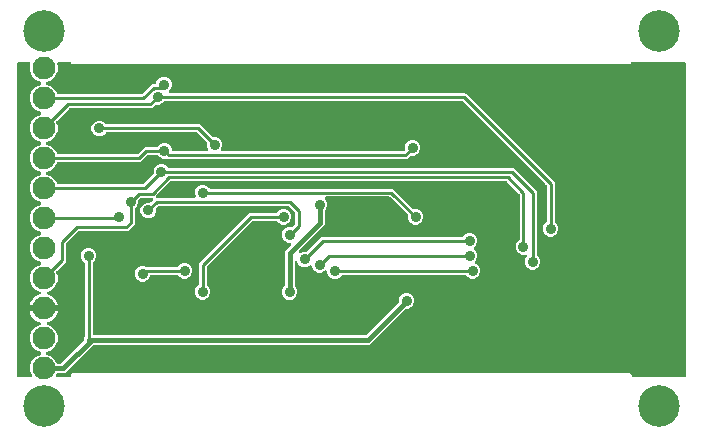
<source format=gbr>
G04 EAGLE Gerber RS-274X export*
G75*
%MOMM*%
%FSLAX34Y34*%
%LPD*%
%INBottom Copper*%
%IPPOS*%
%AMOC8*
5,1,8,0,0,1.08239X$1,22.5*%
G01*
%ADD10C,3.516000*%
%ADD11C,1.930400*%
%ADD12C,0.906400*%
%ADD13C,0.254000*%
%ADD14C,0.406400*%

G36*
X14058Y-1263D02*
X14058Y-1263D01*
X14108Y-1265D01*
X14215Y-1243D01*
X14325Y-1229D01*
X14371Y-1211D01*
X14419Y-1201D01*
X14518Y-1153D01*
X14620Y-1112D01*
X14660Y-1083D01*
X14705Y-1061D01*
X14789Y-990D01*
X14878Y-926D01*
X14909Y-887D01*
X14947Y-855D01*
X15010Y-765D01*
X15080Y-681D01*
X15102Y-636D01*
X15130Y-595D01*
X15169Y-492D01*
X15216Y-393D01*
X15225Y-344D01*
X15243Y-298D01*
X15255Y-188D01*
X15276Y-81D01*
X15273Y-31D01*
X15278Y18D01*
X15263Y127D01*
X15256Y237D01*
X15241Y284D01*
X15234Y333D01*
X15182Y486D01*
X13715Y4026D01*
X13715Y8674D01*
X15494Y12969D01*
X18781Y16256D01*
X22696Y17877D01*
X22754Y17910D01*
X22794Y17926D01*
X22835Y17956D01*
X22940Y18011D01*
X22954Y18025D01*
X22972Y18035D01*
X23072Y18132D01*
X23175Y18225D01*
X23186Y18242D01*
X23201Y18256D01*
X23273Y18374D01*
X23350Y18491D01*
X23356Y18510D01*
X23367Y18527D01*
X23408Y18660D01*
X23453Y18792D01*
X23454Y18812D01*
X23460Y18831D01*
X23467Y18970D01*
X23478Y19109D01*
X23475Y19129D01*
X23476Y19149D01*
X23447Y19285D01*
X23424Y19422D01*
X23415Y19440D01*
X23411Y19460D01*
X23350Y19586D01*
X23293Y19712D01*
X23280Y19728D01*
X23272Y19746D01*
X23181Y19852D01*
X23094Y19960D01*
X23078Y19973D01*
X23065Y19988D01*
X22951Y20068D01*
X22840Y20152D01*
X22815Y20164D01*
X22805Y20171D01*
X22786Y20178D01*
X22696Y20223D01*
X18781Y21844D01*
X15494Y25131D01*
X13715Y29426D01*
X13715Y34074D01*
X15494Y38369D01*
X18781Y41656D01*
X22130Y43043D01*
X22156Y43058D01*
X22184Y43067D01*
X22294Y43136D01*
X22406Y43200D01*
X22428Y43221D01*
X22453Y43237D01*
X22542Y43332D01*
X22635Y43422D01*
X22650Y43447D01*
X22671Y43469D01*
X22733Y43583D01*
X22801Y43693D01*
X22810Y43721D01*
X22824Y43748D01*
X22856Y43873D01*
X22894Y43997D01*
X22896Y44027D01*
X22903Y44056D01*
X22903Y44185D01*
X22910Y44314D01*
X22904Y44344D01*
X22904Y44374D01*
X22871Y44499D01*
X22845Y44626D01*
X22832Y44653D01*
X22825Y44682D01*
X22763Y44795D01*
X22706Y44912D01*
X22686Y44934D01*
X22672Y44961D01*
X22583Y45055D01*
X22499Y45154D01*
X22475Y45171D01*
X22454Y45193D01*
X22345Y45262D01*
X22239Y45337D01*
X22211Y45347D01*
X22186Y45363D01*
X22036Y45423D01*
X20720Y45851D01*
X19010Y46722D01*
X17457Y47850D01*
X16100Y49207D01*
X14972Y50760D01*
X14101Y52470D01*
X13507Y54295D01*
X13451Y54651D01*
X24170Y54651D01*
X24288Y54666D01*
X24407Y54673D01*
X24445Y54685D01*
X24485Y54691D01*
X24596Y54734D01*
X24709Y54771D01*
X24743Y54793D01*
X24781Y54808D01*
X24877Y54877D01*
X24978Y54941D01*
X25006Y54971D01*
X25038Y54994D01*
X25114Y55086D01*
X25196Y55173D01*
X25215Y55208D01*
X25241Y55239D01*
X25292Y55347D01*
X25349Y55451D01*
X25359Y55491D01*
X25377Y55527D01*
X25397Y55634D01*
X25401Y55604D01*
X25445Y55494D01*
X25481Y55381D01*
X25503Y55346D01*
X25518Y55309D01*
X25588Y55212D01*
X25651Y55112D01*
X25681Y55084D01*
X25705Y55051D01*
X25796Y54975D01*
X25883Y54894D01*
X25918Y54874D01*
X25950Y54849D01*
X26057Y54798D01*
X26162Y54740D01*
X26201Y54730D01*
X26237Y54713D01*
X26354Y54691D01*
X26470Y54661D01*
X26530Y54657D01*
X26550Y54653D01*
X26570Y54655D01*
X26630Y54651D01*
X37349Y54651D01*
X37293Y54295D01*
X36699Y52470D01*
X35828Y50760D01*
X34700Y49207D01*
X33343Y47850D01*
X31790Y46722D01*
X30080Y45851D01*
X28764Y45423D01*
X28737Y45410D01*
X28708Y45403D01*
X28593Y45342D01*
X28476Y45287D01*
X28453Y45268D01*
X28426Y45254D01*
X28330Y45167D01*
X28231Y45085D01*
X28213Y45060D01*
X28191Y45040D01*
X28120Y44932D01*
X28044Y44827D01*
X28033Y44800D01*
X28016Y44775D01*
X27974Y44652D01*
X27927Y44532D01*
X27923Y44502D01*
X27913Y44474D01*
X27903Y44345D01*
X27887Y44216D01*
X27890Y44187D01*
X27888Y44157D01*
X27910Y44029D01*
X27926Y43901D01*
X27937Y43873D01*
X27942Y43844D01*
X27995Y43725D01*
X28043Y43605D01*
X28061Y43581D01*
X28073Y43554D01*
X28154Y43452D01*
X28230Y43348D01*
X28253Y43329D01*
X28271Y43305D01*
X28375Y43227D01*
X28475Y43145D01*
X28502Y43132D01*
X28526Y43114D01*
X28670Y43043D01*
X32019Y41656D01*
X35306Y38369D01*
X37085Y34074D01*
X37085Y29426D01*
X35306Y25131D01*
X32019Y21844D01*
X28104Y20223D01*
X27983Y20154D01*
X27860Y20089D01*
X27845Y20075D01*
X27828Y20065D01*
X27728Y19968D01*
X27625Y19875D01*
X27614Y19858D01*
X27599Y19844D01*
X27527Y19725D01*
X27450Y19609D01*
X27444Y19590D01*
X27433Y19573D01*
X27392Y19440D01*
X27347Y19308D01*
X27346Y19288D01*
X27340Y19269D01*
X27333Y19130D01*
X27322Y18991D01*
X27325Y18971D01*
X27324Y18951D01*
X27353Y18815D01*
X27376Y18678D01*
X27385Y18659D01*
X27389Y18640D01*
X27450Y18514D01*
X27507Y18388D01*
X27520Y18372D01*
X27528Y18354D01*
X27619Y18248D01*
X27706Y18140D01*
X27722Y18127D01*
X27735Y18112D01*
X27849Y18032D01*
X27853Y18028D01*
X27870Y18013D01*
X27885Y18004D01*
X27960Y17948D01*
X27985Y17936D01*
X27995Y17929D01*
X28014Y17922D01*
X28104Y17877D01*
X32019Y16256D01*
X35306Y12969D01*
X36039Y11198D01*
X36054Y11173D01*
X36063Y11145D01*
X36132Y11035D01*
X36197Y10922D01*
X36217Y10901D01*
X36233Y10876D01*
X36328Y10787D01*
X36418Y10694D01*
X36443Y10678D01*
X36465Y10658D01*
X36578Y10595D01*
X36689Y10527D01*
X36717Y10519D01*
X36743Y10504D01*
X36869Y10472D01*
X36993Y10434D01*
X37023Y10432D01*
X37051Y10425D01*
X37212Y10415D01*
X39701Y10415D01*
X39799Y10427D01*
X39898Y10430D01*
X39956Y10447D01*
X40016Y10455D01*
X40108Y10491D01*
X40203Y10519D01*
X40255Y10549D01*
X40312Y10572D01*
X40392Y10630D01*
X40477Y10680D01*
X40553Y10746D01*
X40569Y10758D01*
X40577Y10768D01*
X40598Y10786D01*
X59064Y29252D01*
X59124Y29330D01*
X59192Y29402D01*
X59221Y29455D01*
X59258Y29503D01*
X59298Y29594D01*
X59346Y29681D01*
X59361Y29739D01*
X59385Y29795D01*
X59400Y29893D01*
X59425Y29989D01*
X59431Y30089D01*
X59435Y30109D01*
X59433Y30121D01*
X59435Y30149D01*
X59435Y32164D01*
X59826Y32554D01*
X59886Y32632D01*
X59954Y32704D01*
X59983Y32757D01*
X60020Y32805D01*
X60060Y32896D01*
X60108Y32983D01*
X60123Y33041D01*
X60147Y33097D01*
X60162Y33195D01*
X60187Y33291D01*
X60193Y33391D01*
X60197Y33411D01*
X60195Y33423D01*
X60197Y33451D01*
X60197Y95093D01*
X60185Y95191D01*
X60182Y95290D01*
X60165Y95348D01*
X60157Y95409D01*
X60121Y95501D01*
X60093Y95596D01*
X60063Y95648D01*
X60040Y95704D01*
X59982Y95784D01*
X59932Y95870D01*
X59866Y95945D01*
X59854Y95962D01*
X59844Y95969D01*
X59826Y95991D01*
X57935Y97881D01*
X56935Y100294D01*
X56935Y102906D01*
X57935Y105319D01*
X59781Y107165D01*
X62194Y108165D01*
X64806Y108165D01*
X67219Y107165D01*
X69065Y105319D01*
X70065Y102906D01*
X70065Y100294D01*
X69065Y97881D01*
X67174Y95991D01*
X67114Y95912D01*
X67046Y95840D01*
X67017Y95787D01*
X66980Y95739D01*
X66940Y95648D01*
X66892Y95562D01*
X66877Y95503D01*
X66853Y95447D01*
X66838Y95349D01*
X66813Y95254D01*
X66807Y95154D01*
X66803Y95133D01*
X66805Y95121D01*
X66803Y95093D01*
X66803Y35814D01*
X66818Y35696D01*
X66825Y35577D01*
X66838Y35539D01*
X66843Y35498D01*
X66886Y35388D01*
X66923Y35275D01*
X66945Y35240D01*
X66960Y35203D01*
X67029Y35107D01*
X67093Y35006D01*
X67123Y34978D01*
X67146Y34945D01*
X67238Y34869D01*
X67325Y34788D01*
X67360Y34768D01*
X67391Y34743D01*
X67499Y34692D01*
X67603Y34634D01*
X67643Y34624D01*
X67679Y34607D01*
X67796Y34585D01*
X67911Y34555D01*
X67971Y34551D01*
X67991Y34547D01*
X68012Y34549D01*
X68072Y34545D01*
X297511Y34545D01*
X297609Y34557D01*
X297708Y34560D01*
X297766Y34577D01*
X297826Y34585D01*
X297918Y34621D01*
X298013Y34649D01*
X298065Y34679D01*
X298122Y34702D01*
X298202Y34760D01*
X298287Y34810D01*
X298363Y34876D01*
X298379Y34888D01*
X298387Y34898D01*
X298408Y34916D01*
X325804Y62312D01*
X325864Y62390D01*
X325932Y62462D01*
X325961Y62515D01*
X325998Y62563D01*
X326038Y62654D01*
X326086Y62741D01*
X326101Y62799D01*
X326125Y62855D01*
X326140Y62953D01*
X326165Y63049D01*
X326171Y63149D01*
X326175Y63169D01*
X326173Y63181D01*
X326175Y63209D01*
X326175Y64806D01*
X327175Y67219D01*
X329021Y69065D01*
X331434Y70065D01*
X334046Y70065D01*
X336459Y69065D01*
X338305Y67219D01*
X339305Y64806D01*
X339305Y62194D01*
X338305Y59781D01*
X336459Y57935D01*
X334046Y56935D01*
X332449Y56935D01*
X332351Y56923D01*
X332252Y56920D01*
X332194Y56903D01*
X332134Y56895D01*
X332042Y56859D01*
X331947Y56831D01*
X331895Y56801D01*
X331838Y56778D01*
X331758Y56720D01*
X331673Y56670D01*
X331597Y56604D01*
X331581Y56592D01*
X331573Y56582D01*
X331552Y56564D01*
X301404Y26415D01*
X68249Y26415D01*
X68151Y26403D01*
X68052Y26400D01*
X67994Y26383D01*
X67934Y26375D01*
X67842Y26339D01*
X67747Y26311D01*
X67695Y26281D01*
X67638Y26258D01*
X67558Y26200D01*
X67473Y26150D01*
X67397Y26084D01*
X67381Y26072D01*
X67373Y26062D01*
X67352Y26044D01*
X43594Y2285D01*
X37212Y2285D01*
X37183Y2282D01*
X37153Y2284D01*
X37025Y2262D01*
X36896Y2245D01*
X36869Y2235D01*
X36840Y2230D01*
X36721Y2176D01*
X36601Y2128D01*
X36577Y2111D01*
X36550Y2099D01*
X36448Y2018D01*
X36343Y1942D01*
X36325Y1919D01*
X36301Y1900D01*
X36223Y1797D01*
X36141Y1697D01*
X36128Y1670D01*
X36110Y1646D01*
X36039Y1502D01*
X35618Y486D01*
X35605Y438D01*
X35584Y393D01*
X35563Y285D01*
X35534Y179D01*
X35534Y129D01*
X35524Y81D01*
X35531Y-29D01*
X35529Y-139D01*
X35541Y-187D01*
X35544Y-237D01*
X35578Y-341D01*
X35604Y-448D01*
X35627Y-492D01*
X35642Y-539D01*
X35701Y-632D01*
X35752Y-729D01*
X35786Y-766D01*
X35812Y-808D01*
X35892Y-883D01*
X35966Y-965D01*
X36008Y-992D01*
X36044Y-1026D01*
X36140Y-1079D01*
X36232Y-1139D01*
X36279Y-1156D01*
X36322Y-1180D01*
X36429Y-1207D01*
X36533Y-1243D01*
X36582Y-1247D01*
X36630Y-1259D01*
X36791Y-1269D01*
X46990Y-1269D01*
X47108Y-1254D01*
X47227Y-1247D01*
X47265Y-1234D01*
X47306Y-1229D01*
X47416Y-1186D01*
X47529Y-1149D01*
X47564Y-1127D01*
X47601Y-1112D01*
X47697Y-1043D01*
X47798Y-979D01*
X47826Y-949D01*
X47859Y-926D01*
X47935Y-834D01*
X48016Y-747D01*
X48036Y-712D01*
X48061Y-681D01*
X48112Y-573D01*
X48170Y-469D01*
X48180Y-429D01*
X48197Y-393D01*
X48219Y-276D01*
X48249Y-161D01*
X48253Y-101D01*
X48257Y-81D01*
X48255Y-60D01*
X48259Y0D01*
X48259Y1052D01*
X49748Y2541D01*
X521752Y2541D01*
X523241Y1052D01*
X523241Y0D01*
X523256Y-118D01*
X523263Y-237D01*
X523276Y-275D01*
X523281Y-316D01*
X523324Y-426D01*
X523361Y-539D01*
X523383Y-574D01*
X523398Y-611D01*
X523467Y-707D01*
X523531Y-808D01*
X523561Y-836D01*
X523584Y-869D01*
X523676Y-945D01*
X523763Y-1026D01*
X523798Y-1046D01*
X523829Y-1071D01*
X523937Y-1122D01*
X524041Y-1180D01*
X524081Y-1190D01*
X524117Y-1207D01*
X524234Y-1229D01*
X524349Y-1259D01*
X524409Y-1263D01*
X524429Y-1267D01*
X524450Y-1265D01*
X524510Y-1269D01*
X567690Y-1269D01*
X567808Y-1254D01*
X567927Y-1247D01*
X567965Y-1234D01*
X568006Y-1229D01*
X568116Y-1186D01*
X568229Y-1149D01*
X568264Y-1127D01*
X568301Y-1112D01*
X568397Y-1043D01*
X568498Y-979D01*
X568526Y-949D01*
X568559Y-926D01*
X568635Y-834D01*
X568716Y-747D01*
X568736Y-712D01*
X568761Y-681D01*
X568812Y-573D01*
X568870Y-469D01*
X568880Y-429D01*
X568897Y-393D01*
X568919Y-276D01*
X568949Y-161D01*
X568953Y-101D01*
X568957Y-81D01*
X568955Y-60D01*
X568959Y0D01*
X568959Y264160D01*
X568944Y264278D01*
X568937Y264397D01*
X568924Y264435D01*
X568919Y264476D01*
X568876Y264586D01*
X568839Y264699D01*
X568817Y264734D01*
X568802Y264771D01*
X568733Y264867D01*
X568669Y264968D01*
X568639Y264996D01*
X568616Y265029D01*
X568524Y265105D01*
X568437Y265186D01*
X568402Y265206D01*
X568371Y265231D01*
X568263Y265282D01*
X568159Y265340D01*
X568119Y265350D01*
X568083Y265367D01*
X567966Y265389D01*
X567851Y265419D01*
X567791Y265423D01*
X567771Y265427D01*
X567750Y265425D01*
X567690Y265429D01*
X523548Y265429D01*
X523450Y265417D01*
X523351Y265414D01*
X523293Y265397D01*
X523233Y265389D01*
X523141Y265353D01*
X523045Y265325D01*
X522993Y265295D01*
X522937Y265272D01*
X522857Y265214D01*
X522771Y265164D01*
X522696Y265098D01*
X522680Y265086D01*
X522672Y265076D01*
X522651Y265057D01*
X521752Y264159D01*
X49748Y264159D01*
X48849Y265057D01*
X48771Y265118D01*
X48699Y265186D01*
X48646Y265215D01*
X48598Y265252D01*
X48507Y265292D01*
X48420Y265340D01*
X48362Y265355D01*
X48306Y265379D01*
X48208Y265394D01*
X48113Y265419D01*
X48013Y265425D01*
X47992Y265429D01*
X47980Y265427D01*
X47952Y265429D01*
X37843Y265429D01*
X37794Y265423D01*
X37744Y265425D01*
X37637Y265403D01*
X37528Y265389D01*
X37481Y265371D01*
X37433Y265361D01*
X37334Y265313D01*
X37232Y265272D01*
X37192Y265243D01*
X37147Y265221D01*
X37063Y265150D01*
X36975Y265086D01*
X36943Y265047D01*
X36905Y265015D01*
X36842Y264925D01*
X36772Y264841D01*
X36751Y264796D01*
X36722Y264755D01*
X36683Y264652D01*
X36636Y264553D01*
X36627Y264504D01*
X36609Y264458D01*
X36597Y264348D01*
X36576Y264241D01*
X36580Y264191D01*
X36574Y264142D01*
X36589Y264033D01*
X36596Y263923D01*
X36612Y263876D01*
X36618Y263827D01*
X36671Y263674D01*
X37085Y262674D01*
X37085Y258026D01*
X35306Y253731D01*
X32019Y250444D01*
X28104Y248823D01*
X27983Y248754D01*
X27860Y248689D01*
X27845Y248675D01*
X27828Y248665D01*
X27728Y248568D01*
X27625Y248475D01*
X27614Y248458D01*
X27599Y248444D01*
X27527Y248325D01*
X27450Y248209D01*
X27444Y248190D01*
X27433Y248173D01*
X27392Y248040D01*
X27347Y247908D01*
X27346Y247888D01*
X27340Y247869D01*
X27333Y247730D01*
X27322Y247591D01*
X27325Y247571D01*
X27324Y247551D01*
X27353Y247415D01*
X27376Y247278D01*
X27385Y247259D01*
X27389Y247240D01*
X27450Y247114D01*
X27507Y246988D01*
X27520Y246972D01*
X27528Y246954D01*
X27619Y246848D01*
X27706Y246740D01*
X27722Y246727D01*
X27735Y246712D01*
X27849Y246632D01*
X27960Y246548D01*
X27985Y246536D01*
X27995Y246529D01*
X28014Y246522D01*
X28104Y246477D01*
X32019Y244856D01*
X35306Y241569D01*
X36355Y239036D01*
X36370Y239011D01*
X36379Y238983D01*
X36448Y238873D01*
X36512Y238760D01*
X36533Y238739D01*
X36549Y238714D01*
X36643Y238625D01*
X36734Y238532D01*
X36759Y238516D01*
X36780Y238496D01*
X36894Y238433D01*
X37005Y238365D01*
X37033Y238357D01*
X37059Y238342D01*
X37185Y238310D01*
X37309Y238272D01*
X37338Y238270D01*
X37367Y238263D01*
X37528Y238253D01*
X107677Y238253D01*
X107775Y238265D01*
X107874Y238268D01*
X107933Y238285D01*
X107993Y238293D01*
X108085Y238329D01*
X108180Y238357D01*
X108232Y238387D01*
X108288Y238410D01*
X108368Y238468D01*
X108454Y238518D01*
X108529Y238584D01*
X108546Y238596D01*
X108554Y238606D01*
X108575Y238624D01*
X117307Y247357D01*
X119583Y247357D01*
X119613Y247360D01*
X119642Y247358D01*
X119770Y247380D01*
X119899Y247397D01*
X119926Y247407D01*
X119955Y247412D01*
X120074Y247466D01*
X120195Y247514D01*
X120218Y247531D01*
X120245Y247543D01*
X120347Y247624D01*
X120452Y247700D01*
X120471Y247723D01*
X120494Y247742D01*
X120572Y247845D01*
X120655Y247945D01*
X120667Y247972D01*
X120685Y247996D01*
X120756Y248140D01*
X121661Y250325D01*
X123507Y252171D01*
X125920Y253171D01*
X128532Y253171D01*
X130945Y252171D01*
X132791Y250325D01*
X133791Y247912D01*
X133791Y245300D01*
X132791Y242887D01*
X131593Y241689D01*
X131508Y241580D01*
X131420Y241473D01*
X131411Y241454D01*
X131398Y241438D01*
X131343Y241311D01*
X131284Y241185D01*
X131280Y241165D01*
X131272Y241146D01*
X131250Y241008D01*
X131224Y240872D01*
X131225Y240852D01*
X131222Y240832D01*
X131235Y240693D01*
X131244Y240555D01*
X131250Y240536D01*
X131252Y240516D01*
X131299Y240384D01*
X131342Y240253D01*
X131353Y240235D01*
X131360Y240216D01*
X131438Y240101D01*
X131512Y239984D01*
X131527Y239970D01*
X131538Y239953D01*
X131643Y239861D01*
X131744Y239766D01*
X131761Y239756D01*
X131777Y239743D01*
X131901Y239679D01*
X132022Y239612D01*
X132042Y239607D01*
X132060Y239598D01*
X132196Y239568D01*
X132330Y239533D01*
X132358Y239531D01*
X132370Y239528D01*
X132391Y239529D01*
X132491Y239523D01*
X382368Y239523D01*
X457963Y163928D01*
X457963Y130967D01*
X457975Y130869D01*
X457978Y130770D01*
X457995Y130712D01*
X458003Y130651D01*
X458039Y130559D01*
X458067Y130464D01*
X458097Y130412D01*
X458120Y130356D01*
X458178Y130276D01*
X458228Y130190D01*
X458294Y130115D01*
X458306Y130098D01*
X458316Y130091D01*
X458334Y130069D01*
X460225Y128179D01*
X461225Y125766D01*
X461225Y123154D01*
X460225Y120741D01*
X458379Y118895D01*
X455966Y117895D01*
X453354Y117895D01*
X450941Y118895D01*
X449095Y120741D01*
X448095Y123154D01*
X448095Y125766D01*
X449095Y128179D01*
X450986Y130069D01*
X451046Y130148D01*
X451114Y130220D01*
X451143Y130273D01*
X451180Y130321D01*
X451220Y130412D01*
X451268Y130498D01*
X451283Y130557D01*
X451307Y130613D01*
X451322Y130711D01*
X451347Y130806D01*
X451353Y130906D01*
X451357Y130927D01*
X451355Y130939D01*
X451357Y130967D01*
X451357Y160666D01*
X451345Y160764D01*
X451342Y160863D01*
X451325Y160922D01*
X451317Y160982D01*
X451281Y161074D01*
X451253Y161169D01*
X451223Y161221D01*
X451200Y161277D01*
X451142Y161357D01*
X451092Y161443D01*
X451026Y161518D01*
X451014Y161535D01*
X451004Y161543D01*
X450986Y161564D01*
X380004Y232546D01*
X379925Y232606D01*
X379853Y232674D01*
X379800Y232703D01*
X379752Y232740D01*
X379661Y232780D01*
X379575Y232828D01*
X379516Y232843D01*
X379461Y232867D01*
X379363Y232882D01*
X379267Y232907D01*
X379167Y232913D01*
X379146Y232917D01*
X379134Y232915D01*
X379106Y232917D01*
X128427Y232917D01*
X128329Y232905D01*
X128230Y232902D01*
X128171Y232885D01*
X128111Y232877D01*
X128019Y232841D01*
X127924Y232813D01*
X127872Y232783D01*
X127816Y232760D01*
X127736Y232702D01*
X127650Y232652D01*
X127575Y232586D01*
X127558Y232574D01*
X127551Y232564D01*
X127529Y232546D01*
X125639Y230655D01*
X123226Y229655D01*
X120552Y229655D01*
X120454Y229643D01*
X120355Y229640D01*
X120296Y229623D01*
X120236Y229615D01*
X120144Y229579D01*
X120049Y229551D01*
X119997Y229521D01*
X119941Y229498D01*
X119861Y229440D01*
X119775Y229390D01*
X119700Y229324D01*
X119683Y229312D01*
X119675Y229302D01*
X119654Y229284D01*
X116938Y226567D01*
X47614Y226567D01*
X47516Y226555D01*
X47417Y226552D01*
X47358Y226535D01*
X47298Y226527D01*
X47206Y226491D01*
X47111Y226463D01*
X47059Y226433D01*
X47003Y226410D01*
X46923Y226352D01*
X46837Y226302D01*
X46762Y226236D01*
X46745Y226224D01*
X46737Y226214D01*
X46716Y226196D01*
X36311Y215790D01*
X36293Y215767D01*
X36270Y215748D01*
X36196Y215641D01*
X36116Y215539D01*
X36104Y215512D01*
X36087Y215488D01*
X36041Y215366D01*
X35990Y215247D01*
X35985Y215218D01*
X35974Y215190D01*
X35960Y215061D01*
X35940Y214933D01*
X35942Y214903D01*
X35939Y214874D01*
X35957Y214746D01*
X35970Y214616D01*
X35980Y214588D01*
X35984Y214559D01*
X36036Y214407D01*
X37085Y211874D01*
X37085Y207226D01*
X35306Y202931D01*
X32019Y199644D01*
X28104Y198023D01*
X27983Y197954D01*
X27860Y197889D01*
X27845Y197875D01*
X27828Y197865D01*
X27728Y197768D01*
X27625Y197675D01*
X27614Y197658D01*
X27599Y197644D01*
X27527Y197525D01*
X27450Y197409D01*
X27444Y197390D01*
X27433Y197373D01*
X27392Y197240D01*
X27347Y197108D01*
X27346Y197088D01*
X27340Y197069D01*
X27333Y196930D01*
X27322Y196791D01*
X27325Y196771D01*
X27324Y196751D01*
X27353Y196615D01*
X27376Y196478D01*
X27385Y196459D01*
X27389Y196440D01*
X27450Y196314D01*
X27507Y196188D01*
X27520Y196172D01*
X27528Y196154D01*
X27619Y196048D01*
X27706Y195940D01*
X27722Y195927D01*
X27735Y195912D01*
X27849Y195832D01*
X27960Y195748D01*
X27985Y195736D01*
X27995Y195729D01*
X28014Y195722D01*
X28104Y195677D01*
X32019Y194056D01*
X35306Y190769D01*
X36355Y188236D01*
X36370Y188211D01*
X36379Y188183D01*
X36448Y188073D01*
X36512Y187960D01*
X36533Y187939D01*
X36549Y187914D01*
X36643Y187825D01*
X36734Y187732D01*
X36759Y187716D01*
X36780Y187696D01*
X36894Y187633D01*
X37005Y187565D01*
X37033Y187557D01*
X37059Y187542D01*
X37185Y187510D01*
X37309Y187472D01*
X37338Y187470D01*
X37367Y187463D01*
X37528Y187453D01*
X104010Y187453D01*
X104108Y187465D01*
X104207Y187468D01*
X104266Y187485D01*
X104326Y187493D01*
X104418Y187529D01*
X104513Y187557D01*
X104565Y187587D01*
X104621Y187610D01*
X104701Y187668D01*
X104787Y187718D01*
X104862Y187784D01*
X104879Y187796D01*
X104887Y187806D01*
X104908Y187824D01*
X108580Y191496D01*
X110886Y193803D01*
X120987Y193803D01*
X121085Y193815D01*
X121184Y193818D01*
X121243Y193835D01*
X121303Y193843D01*
X121395Y193879D01*
X121490Y193907D01*
X121542Y193937D01*
X121598Y193960D01*
X121678Y194018D01*
X121764Y194068D01*
X121839Y194134D01*
X121856Y194146D01*
X121863Y194156D01*
X121885Y194174D01*
X123775Y196065D01*
X126188Y197065D01*
X128800Y197065D01*
X131213Y196065D01*
X133059Y194219D01*
X134059Y191806D01*
X134059Y191262D01*
X134074Y191144D01*
X134081Y191025D01*
X134094Y190987D01*
X134099Y190946D01*
X134142Y190836D01*
X134179Y190723D01*
X134201Y190688D01*
X134216Y190651D01*
X134285Y190555D01*
X134349Y190454D01*
X134379Y190426D01*
X134402Y190393D01*
X134494Y190317D01*
X134581Y190236D01*
X134616Y190216D01*
X134647Y190191D01*
X134755Y190140D01*
X134859Y190082D01*
X134899Y190072D01*
X134935Y190055D01*
X135052Y190033D01*
X135167Y190003D01*
X135227Y189999D01*
X135247Y189995D01*
X135268Y189997D01*
X135328Y189993D01*
X163489Y189993D01*
X163539Y189999D01*
X163588Y189997D01*
X163695Y190019D01*
X163805Y190033D01*
X163851Y190051D01*
X163900Y190061D01*
X163998Y190109D01*
X164100Y190150D01*
X164140Y190179D01*
X164185Y190201D01*
X164269Y190272D01*
X164358Y190336D01*
X164389Y190375D01*
X164427Y190407D01*
X164490Y190497D01*
X164561Y190581D01*
X164582Y190626D01*
X164610Y190667D01*
X164649Y190770D01*
X164696Y190869D01*
X164705Y190918D01*
X164723Y190964D01*
X164735Y191074D01*
X164756Y191181D01*
X164753Y191231D01*
X164758Y191280D01*
X164743Y191389D01*
X164736Y191499D01*
X164721Y191546D01*
X164714Y191595D01*
X164662Y191748D01*
X163615Y194274D01*
X163615Y196948D01*
X163603Y197046D01*
X163600Y197145D01*
X163583Y197204D01*
X163575Y197264D01*
X163539Y197356D01*
X163511Y197451D01*
X163481Y197503D01*
X163458Y197559D01*
X163400Y197639D01*
X163350Y197725D01*
X163284Y197800D01*
X163272Y197817D01*
X163262Y197825D01*
X163244Y197846D01*
X155214Y205876D01*
X155135Y205936D01*
X155063Y206004D01*
X155010Y206033D01*
X154962Y206070D01*
X154871Y206110D01*
X154785Y206158D01*
X154726Y206173D01*
X154671Y206197D01*
X154573Y206212D01*
X154477Y206237D01*
X154377Y206243D01*
X154356Y206247D01*
X154344Y206245D01*
X154316Y206247D01*
X78897Y206247D01*
X78799Y206235D01*
X78700Y206232D01*
X78642Y206215D01*
X78581Y206207D01*
X78489Y206171D01*
X78394Y206143D01*
X78342Y206113D01*
X78286Y206090D01*
X78206Y206032D01*
X78120Y205982D01*
X78045Y205916D01*
X78028Y205904D01*
X78021Y205894D01*
X77999Y205876D01*
X76109Y203985D01*
X73696Y202985D01*
X71084Y202985D01*
X68671Y203985D01*
X66825Y205831D01*
X65825Y208244D01*
X65825Y210856D01*
X66825Y213269D01*
X68671Y215115D01*
X71084Y216115D01*
X73696Y216115D01*
X76109Y215115D01*
X77999Y213224D01*
X78078Y213164D01*
X78150Y213096D01*
X78203Y213067D01*
X78251Y213030D01*
X78342Y212990D01*
X78428Y212942D01*
X78487Y212927D01*
X78543Y212903D01*
X78641Y212888D01*
X78736Y212863D01*
X78836Y212857D01*
X78857Y212853D01*
X78869Y212855D01*
X78897Y212853D01*
X157578Y212853D01*
X167914Y202516D01*
X167993Y202456D01*
X168065Y202388D01*
X168118Y202359D01*
X168166Y202322D01*
X168257Y202282D01*
X168343Y202234D01*
X168402Y202219D01*
X168457Y202195D01*
X168555Y202180D01*
X168651Y202155D01*
X168751Y202149D01*
X168772Y202145D01*
X168784Y202147D01*
X168812Y202145D01*
X171486Y202145D01*
X173899Y201145D01*
X175745Y199299D01*
X176745Y196886D01*
X176745Y194274D01*
X175698Y191748D01*
X175685Y191700D01*
X175664Y191655D01*
X175643Y191547D01*
X175614Y191441D01*
X175614Y191391D01*
X175604Y191342D01*
X175611Y191233D01*
X175609Y191123D01*
X175621Y191075D01*
X175624Y191025D01*
X175658Y190921D01*
X175683Y190814D01*
X175707Y190770D01*
X175722Y190723D01*
X175781Y190630D01*
X175832Y190533D01*
X175865Y190496D01*
X175892Y190454D01*
X175972Y190379D01*
X176046Y190297D01*
X176088Y190270D01*
X176124Y190236D01*
X176220Y190183D01*
X176312Y190123D01*
X176359Y190106D01*
X176402Y190082D01*
X176509Y190055D01*
X176613Y190019D01*
X176662Y190015D01*
X176710Y190003D01*
X176871Y189993D01*
X329576Y189993D01*
X329674Y190005D01*
X329773Y190008D01*
X329832Y190025D01*
X329892Y190033D01*
X329984Y190069D01*
X330079Y190097D01*
X330131Y190127D01*
X330187Y190150D01*
X330267Y190208D01*
X330353Y190258D01*
X330428Y190324D01*
X330445Y190336D01*
X330453Y190346D01*
X330474Y190364D01*
X330884Y190774D01*
X330944Y190853D01*
X331012Y190925D01*
X331037Y190969D01*
X331042Y190976D01*
X331046Y190983D01*
X331078Y191026D01*
X331118Y191117D01*
X331166Y191203D01*
X331181Y191262D01*
X331205Y191317D01*
X331220Y191415D01*
X331245Y191511D01*
X331251Y191611D01*
X331255Y191632D01*
X331253Y191644D01*
X331255Y191672D01*
X331255Y194346D01*
X332255Y196759D01*
X334101Y198605D01*
X336514Y199605D01*
X339126Y199605D01*
X341539Y198605D01*
X343385Y196759D01*
X344385Y194346D01*
X344385Y191734D01*
X343385Y189321D01*
X341539Y187475D01*
X339126Y186475D01*
X336452Y186475D01*
X336354Y186463D01*
X336255Y186460D01*
X336196Y186443D01*
X336136Y186435D01*
X336044Y186399D01*
X335949Y186371D01*
X335897Y186341D01*
X335841Y186318D01*
X335761Y186260D01*
X335675Y186210D01*
X335600Y186144D01*
X335583Y186132D01*
X335575Y186122D01*
X335554Y186104D01*
X332838Y183387D01*
X129936Y183387D01*
X129760Y183564D01*
X129681Y183624D01*
X129609Y183692D01*
X129556Y183721D01*
X129508Y183758D01*
X129417Y183798D01*
X129331Y183846D01*
X129272Y183861D01*
X129217Y183885D01*
X129119Y183900D01*
X129023Y183925D01*
X128923Y183931D01*
X128902Y183935D01*
X128890Y183933D01*
X128862Y183935D01*
X126188Y183935D01*
X123775Y184935D01*
X121885Y186826D01*
X121806Y186886D01*
X121734Y186954D01*
X121681Y186983D01*
X121633Y187020D01*
X121542Y187060D01*
X121456Y187108D01*
X121397Y187123D01*
X121341Y187147D01*
X121243Y187162D01*
X121148Y187187D01*
X121048Y187193D01*
X121027Y187197D01*
X121015Y187195D01*
X120987Y187197D01*
X114148Y187197D01*
X114050Y187185D01*
X113951Y187182D01*
X113892Y187165D01*
X113832Y187157D01*
X113740Y187121D01*
X113645Y187093D01*
X113593Y187063D01*
X113537Y187040D01*
X113457Y186982D01*
X113371Y186932D01*
X113296Y186866D01*
X113279Y186854D01*
X113271Y186844D01*
X113250Y186826D01*
X109578Y183154D01*
X107272Y180847D01*
X37528Y180847D01*
X37498Y180844D01*
X37469Y180846D01*
X37341Y180824D01*
X37212Y180807D01*
X37185Y180797D01*
X37155Y180792D01*
X37037Y180738D01*
X36916Y180690D01*
X36892Y180673D01*
X36865Y180661D01*
X36764Y180580D01*
X36659Y180504D01*
X36640Y180481D01*
X36617Y180462D01*
X36539Y180359D01*
X36456Y180259D01*
X36444Y180232D01*
X36426Y180208D01*
X36355Y180064D01*
X35306Y177531D01*
X32019Y174244D01*
X28104Y172623D01*
X27983Y172554D01*
X27860Y172489D01*
X27845Y172475D01*
X27828Y172465D01*
X27728Y172368D01*
X27625Y172275D01*
X27614Y172258D01*
X27599Y172244D01*
X27527Y172125D01*
X27450Y172009D01*
X27444Y171990D01*
X27433Y171973D01*
X27392Y171840D01*
X27347Y171708D01*
X27346Y171688D01*
X27340Y171669D01*
X27333Y171530D01*
X27322Y171391D01*
X27325Y171371D01*
X27324Y171351D01*
X27353Y171215D01*
X27376Y171078D01*
X27385Y171059D01*
X27389Y171040D01*
X27450Y170914D01*
X27507Y170788D01*
X27520Y170772D01*
X27528Y170754D01*
X27619Y170648D01*
X27706Y170540D01*
X27722Y170527D01*
X27735Y170512D01*
X27849Y170432D01*
X27960Y170348D01*
X27985Y170336D01*
X27995Y170329D01*
X28014Y170322D01*
X28104Y170277D01*
X32019Y168656D01*
X35306Y165369D01*
X36355Y162836D01*
X36370Y162811D01*
X36379Y162783D01*
X36448Y162673D01*
X36512Y162560D01*
X36533Y162539D01*
X36549Y162514D01*
X36643Y162425D01*
X36734Y162332D01*
X36759Y162316D01*
X36780Y162296D01*
X36894Y162233D01*
X37005Y162165D01*
X37033Y162157D01*
X37059Y162142D01*
X37185Y162110D01*
X37309Y162072D01*
X37338Y162070D01*
X37367Y162063D01*
X37528Y162053D01*
X109090Y162053D01*
X109188Y162065D01*
X109287Y162068D01*
X109346Y162085D01*
X109406Y162093D01*
X109498Y162129D01*
X109593Y162157D01*
X109645Y162187D01*
X109701Y162210D01*
X109781Y162268D01*
X109867Y162318D01*
X109942Y162384D01*
X109959Y162396D01*
X109967Y162406D01*
X109988Y162424D01*
X118018Y170454D01*
X118078Y170533D01*
X118146Y170605D01*
X118167Y170642D01*
X118188Y170668D01*
X118196Y170684D01*
X118212Y170706D01*
X118252Y170797D01*
X118300Y170883D01*
X118312Y170930D01*
X118324Y170956D01*
X118326Y170969D01*
X118339Y170997D01*
X118354Y171095D01*
X118379Y171191D01*
X118385Y171291D01*
X118389Y171312D01*
X118387Y171324D01*
X118389Y171352D01*
X118389Y174026D01*
X119389Y176439D01*
X121235Y178285D01*
X123648Y179285D01*
X126260Y179285D01*
X128673Y178285D01*
X130563Y176394D01*
X130642Y176334D01*
X130714Y176266D01*
X130767Y176237D01*
X130815Y176200D01*
X130906Y176160D01*
X130992Y176112D01*
X131051Y176097D01*
X131107Y176073D01*
X131205Y176058D01*
X131300Y176033D01*
X131400Y176027D01*
X131421Y176023D01*
X131433Y176025D01*
X131461Y176023D01*
X423008Y176023D01*
X442723Y156308D01*
X442723Y103027D01*
X442735Y102929D01*
X442738Y102830D01*
X442755Y102772D01*
X442763Y102711D01*
X442799Y102619D01*
X442827Y102524D01*
X442857Y102472D01*
X442880Y102416D01*
X442938Y102336D01*
X442988Y102250D01*
X443054Y102175D01*
X443066Y102158D01*
X443076Y102151D01*
X443094Y102129D01*
X444985Y100239D01*
X445985Y97826D01*
X445985Y95214D01*
X444985Y92801D01*
X443139Y90955D01*
X440726Y89955D01*
X438114Y89955D01*
X435701Y90955D01*
X433855Y92801D01*
X432855Y95214D01*
X432855Y97826D01*
X433855Y100239D01*
X434149Y100533D01*
X434192Y100588D01*
X434242Y100637D01*
X434289Y100713D01*
X434344Y100784D01*
X434372Y100848D01*
X434408Y100908D01*
X434435Y100994D01*
X434470Y101076D01*
X434481Y101145D01*
X434502Y101212D01*
X434506Y101302D01*
X434520Y101390D01*
X434514Y101460D01*
X434517Y101530D01*
X434499Y101617D01*
X434490Y101707D01*
X434467Y101773D01*
X434453Y101841D01*
X434413Y101922D01*
X434383Y102006D01*
X434343Y102064D01*
X434313Y102127D01*
X434255Y102195D01*
X434204Y102269D01*
X434152Y102316D01*
X434106Y102369D01*
X434033Y102420D01*
X433966Y102480D01*
X433903Y102511D01*
X433846Y102552D01*
X433762Y102584D01*
X433682Y102624D01*
X433614Y102640D01*
X433549Y102664D01*
X433460Y102674D01*
X433372Y102694D01*
X433302Y102692D01*
X433233Y102700D01*
X433144Y102687D01*
X433054Y102684D01*
X432987Y102665D01*
X432919Y102655D01*
X430280Y102655D01*
X427867Y103655D01*
X426021Y105501D01*
X425021Y107914D01*
X425021Y110526D01*
X426021Y112939D01*
X427912Y114829D01*
X427972Y114908D01*
X428040Y114980D01*
X428069Y115033D01*
X428106Y115081D01*
X428146Y115172D01*
X428194Y115258D01*
X428209Y115317D01*
X428233Y115373D01*
X428248Y115471D01*
X428273Y115566D01*
X428279Y115666D01*
X428283Y115687D01*
X428281Y115699D01*
X428283Y115727D01*
X428283Y153260D01*
X428271Y153358D01*
X428268Y153457D01*
X428251Y153516D01*
X428243Y153576D01*
X428207Y153668D01*
X428179Y153763D01*
X428149Y153815D01*
X428126Y153871D01*
X428068Y153951D01*
X428018Y154037D01*
X427952Y154112D01*
X427940Y154129D01*
X427930Y154137D01*
X427912Y154158D01*
X417596Y164474D01*
X417517Y164534D01*
X417445Y164602D01*
X417392Y164631D01*
X417344Y164668D01*
X417253Y164708D01*
X417167Y164756D01*
X417108Y164771D01*
X417053Y164795D01*
X416955Y164810D01*
X416859Y164835D01*
X416759Y164841D01*
X416738Y164845D01*
X416726Y164843D01*
X416698Y164845D01*
X133355Y164845D01*
X133257Y164833D01*
X133158Y164830D01*
X133099Y164813D01*
X133039Y164805D01*
X132947Y164769D01*
X132852Y164741D01*
X132800Y164711D01*
X132744Y164688D01*
X132664Y164630D01*
X132578Y164580D01*
X132503Y164514D01*
X132486Y164502D01*
X132478Y164492D01*
X132457Y164474D01*
X120773Y152789D01*
X120688Y152680D01*
X120599Y152573D01*
X120591Y152554D01*
X120578Y152538D01*
X120523Y152410D01*
X120464Y152285D01*
X120460Y152265D01*
X120452Y152246D01*
X120430Y152108D01*
X120404Y151972D01*
X120405Y151952D01*
X120402Y151932D01*
X120415Y151793D01*
X120424Y151655D01*
X120430Y151636D01*
X120432Y151616D01*
X120479Y151484D01*
X120522Y151353D01*
X120533Y151335D01*
X120540Y151316D01*
X120618Y151201D01*
X120692Y151084D01*
X120707Y151070D01*
X120718Y151053D01*
X120822Y150961D01*
X120924Y150866D01*
X120941Y150856D01*
X120957Y150843D01*
X121081Y150779D01*
X121202Y150712D01*
X121222Y150707D01*
X121240Y150698D01*
X121376Y150668D01*
X121510Y150633D01*
X121538Y150631D01*
X121550Y150628D01*
X121571Y150629D01*
X121671Y150623D01*
X152892Y150623D01*
X152941Y150629D01*
X152991Y150627D01*
X153098Y150649D01*
X153207Y150663D01*
X153254Y150681D01*
X153302Y150691D01*
X153401Y150739D01*
X153503Y150780D01*
X153543Y150809D01*
X153588Y150831D01*
X153671Y150902D01*
X153760Y150966D01*
X153792Y151005D01*
X153830Y151037D01*
X153893Y151127D01*
X153963Y151211D01*
X153984Y151256D01*
X154013Y151297D01*
X154052Y151400D01*
X154099Y151499D01*
X154108Y151548D01*
X154126Y151594D01*
X154138Y151704D01*
X154158Y151811D01*
X154155Y151861D01*
X154161Y151910D01*
X154145Y152019D01*
X154139Y152129D01*
X154123Y152176D01*
X154116Y152225D01*
X154064Y152378D01*
X153455Y153848D01*
X153455Y156460D01*
X154455Y158873D01*
X156301Y160719D01*
X158714Y161719D01*
X161326Y161719D01*
X163739Y160719D01*
X165629Y158828D01*
X165708Y158768D01*
X165780Y158700D01*
X165833Y158671D01*
X165881Y158634D01*
X165972Y158594D01*
X166058Y158546D01*
X166117Y158531D01*
X166173Y158507D01*
X166271Y158492D01*
X166366Y158467D01*
X166466Y158461D01*
X166487Y158457D01*
X166499Y158459D01*
X166527Y158457D01*
X321194Y158457D01*
X338094Y141556D01*
X338173Y141496D01*
X338245Y141428D01*
X338298Y141399D01*
X338346Y141362D01*
X338437Y141322D01*
X338523Y141274D01*
X338582Y141259D01*
X338637Y141235D01*
X338735Y141220D01*
X338831Y141195D01*
X338931Y141189D01*
X338952Y141185D01*
X338964Y141187D01*
X338992Y141185D01*
X341666Y141185D01*
X344079Y140185D01*
X345925Y138339D01*
X346925Y135926D01*
X346925Y133314D01*
X345925Y130901D01*
X344079Y129055D01*
X341666Y128055D01*
X339054Y128055D01*
X336641Y129055D01*
X334795Y130901D01*
X333795Y133314D01*
X333795Y135988D01*
X333783Y136086D01*
X333780Y136185D01*
X333763Y136244D01*
X333755Y136304D01*
X333719Y136396D01*
X333691Y136491D01*
X333661Y136543D01*
X333638Y136599D01*
X333580Y136679D01*
X333530Y136765D01*
X333464Y136840D01*
X333452Y136857D01*
X333442Y136865D01*
X333424Y136886D01*
X318830Y151480D01*
X318751Y151540D01*
X318679Y151608D01*
X318626Y151637D01*
X318578Y151674D01*
X318487Y151714D01*
X318401Y151762D01*
X318342Y151777D01*
X318287Y151801D01*
X318189Y151816D01*
X318093Y151841D01*
X317993Y151847D01*
X317972Y151851D01*
X317960Y151849D01*
X317932Y151851D01*
X264357Y151851D01*
X264219Y151834D01*
X264081Y151821D01*
X264062Y151814D01*
X264041Y151811D01*
X263912Y151760D01*
X263781Y151713D01*
X263764Y151702D01*
X263746Y151694D01*
X263633Y151613D01*
X263518Y151535D01*
X263505Y151519D01*
X263488Y151508D01*
X263400Y151400D01*
X263308Y151296D01*
X263298Y151278D01*
X263286Y151263D01*
X263226Y151137D01*
X263163Y151013D01*
X263159Y150993D01*
X263150Y150975D01*
X263124Y150838D01*
X263093Y150703D01*
X263094Y150682D01*
X263090Y150663D01*
X263099Y150524D01*
X263103Y150385D01*
X263109Y150365D01*
X263110Y150345D01*
X263153Y150213D01*
X263191Y150079D01*
X263202Y150062D01*
X263208Y150043D01*
X263282Y149925D01*
X263353Y149805D01*
X263372Y149784D01*
X263378Y149774D01*
X263393Y149760D01*
X263459Y149685D01*
X264645Y148499D01*
X265645Y146086D01*
X265645Y143474D01*
X264645Y141061D01*
X263516Y139933D01*
X263456Y139854D01*
X263388Y139782D01*
X263359Y139729D01*
X263322Y139681D01*
X263282Y139590D01*
X263234Y139504D01*
X263219Y139445D01*
X263195Y139389D01*
X263180Y139291D01*
X263155Y139196D01*
X263149Y139096D01*
X263145Y139075D01*
X263147Y139063D01*
X263145Y139035D01*
X263145Y127856D01*
X241622Y106334D01*
X241580Y106279D01*
X241530Y106230D01*
X241483Y106154D01*
X241427Y106083D01*
X241400Y106019D01*
X241363Y105959D01*
X241337Y105874D01*
X241301Y105791D01*
X241290Y105722D01*
X241270Y105655D01*
X241265Y105566D01*
X241251Y105477D01*
X241258Y105407D01*
X241255Y105338D01*
X241273Y105250D01*
X241281Y105160D01*
X241305Y105094D01*
X241319Y105026D01*
X241358Y104946D01*
X241389Y104861D01*
X241428Y104803D01*
X241459Y104740D01*
X241517Y104672D01*
X241567Y104598D01*
X241620Y104552D01*
X241665Y104498D01*
X241738Y104447D01*
X241806Y104387D01*
X241868Y104356D01*
X241925Y104315D01*
X242009Y104284D01*
X242089Y104243D01*
X242157Y104227D01*
X242222Y104203D01*
X242312Y104193D01*
X242399Y104173D01*
X242469Y104175D01*
X242538Y104167D01*
X242627Y104180D01*
X242717Y104183D01*
X242784Y104202D01*
X242853Y104212D01*
X243006Y104264D01*
X245074Y105121D01*
X247748Y105121D01*
X247846Y105133D01*
X247945Y105136D01*
X248004Y105153D01*
X248064Y105161D01*
X248156Y105197D01*
X248251Y105225D01*
X248303Y105255D01*
X248359Y105278D01*
X248439Y105336D01*
X248525Y105386D01*
X248600Y105452D01*
X248617Y105464D01*
X248625Y105474D01*
X248646Y105492D01*
X260756Y117603D01*
X379573Y117603D01*
X379671Y117615D01*
X379770Y117618D01*
X379828Y117635D01*
X379889Y117643D01*
X379981Y117679D01*
X380076Y117707D01*
X380128Y117737D01*
X380184Y117760D01*
X380264Y117818D01*
X380350Y117868D01*
X380425Y117934D01*
X380442Y117946D01*
X380449Y117956D01*
X380471Y117974D01*
X382361Y119865D01*
X384774Y120865D01*
X387386Y120865D01*
X389799Y119865D01*
X391645Y118019D01*
X392645Y115606D01*
X392645Y112994D01*
X391645Y110581D01*
X389911Y108847D01*
X389838Y108753D01*
X389760Y108664D01*
X389741Y108628D01*
X389716Y108596D01*
X389669Y108487D01*
X389615Y108381D01*
X389606Y108342D01*
X389590Y108304D01*
X389571Y108187D01*
X389545Y108071D01*
X389547Y108030D01*
X389540Y107990D01*
X389551Y107872D01*
X389555Y107753D01*
X389566Y107714D01*
X389570Y107674D01*
X389610Y107562D01*
X389643Y107447D01*
X389664Y107412D01*
X389678Y107374D01*
X389745Y107276D01*
X389805Y107173D01*
X389845Y107128D01*
X389856Y107111D01*
X389872Y107098D01*
X389911Y107052D01*
X391645Y105319D01*
X392645Y102906D01*
X392645Y100294D01*
X391645Y97881D01*
X390776Y97012D01*
X390746Y96973D01*
X390709Y96939D01*
X390648Y96847D01*
X390581Y96761D01*
X390561Y96715D01*
X390534Y96674D01*
X390498Y96570D01*
X390455Y96469D01*
X390447Y96420D01*
X390431Y96373D01*
X390422Y96264D01*
X390405Y96155D01*
X390410Y96105D01*
X390406Y96056D01*
X390424Y95948D01*
X390435Y95838D01*
X390452Y95791D01*
X390460Y95743D01*
X390505Y95642D01*
X390542Y95539D01*
X390570Y95498D01*
X390591Y95453D01*
X390659Y95367D01*
X390721Y95276D01*
X390758Y95243D01*
X390789Y95204D01*
X390877Y95138D01*
X390959Y95065D01*
X391004Y95043D01*
X391043Y95013D01*
X391188Y94942D01*
X392339Y94465D01*
X394185Y92619D01*
X395185Y90206D01*
X395185Y87594D01*
X394185Y85181D01*
X392339Y83335D01*
X389926Y82335D01*
X387314Y82335D01*
X384901Y83335D01*
X383011Y85226D01*
X382932Y85286D01*
X382860Y85354D01*
X382807Y85383D01*
X382759Y85420D01*
X382668Y85460D01*
X382582Y85508D01*
X382523Y85523D01*
X382467Y85547D01*
X382369Y85562D01*
X382274Y85587D01*
X382174Y85593D01*
X382153Y85597D01*
X382141Y85595D01*
X382113Y85597D01*
X278685Y85597D01*
X278656Y85594D01*
X278627Y85596D01*
X278499Y85574D01*
X278370Y85557D01*
X278342Y85547D01*
X278313Y85541D01*
X278195Y85488D01*
X278074Y85440D01*
X278050Y85423D01*
X278023Y85411D01*
X277922Y85330D01*
X277817Y85254D01*
X277798Y85231D01*
X277775Y85212D01*
X277697Y85109D01*
X277614Y85009D01*
X277604Y84988D01*
X275725Y83109D01*
X273312Y82109D01*
X270700Y82109D01*
X268287Y83109D01*
X266441Y84955D01*
X265441Y87368D01*
X265441Y87993D01*
X265424Y88131D01*
X265411Y88270D01*
X265404Y88289D01*
X265401Y88309D01*
X265350Y88438D01*
X265303Y88569D01*
X265292Y88586D01*
X265284Y88604D01*
X265203Y88717D01*
X265125Y88832D01*
X265110Y88845D01*
X265098Y88862D01*
X264990Y88951D01*
X264886Y89042D01*
X264868Y89052D01*
X264853Y89065D01*
X264727Y89124D01*
X264603Y89187D01*
X264583Y89191D01*
X264565Y89200D01*
X264429Y89226D01*
X264293Y89257D01*
X264272Y89256D01*
X264253Y89260D01*
X264114Y89251D01*
X263975Y89247D01*
X263955Y89241D01*
X263935Y89240D01*
X263803Y89197D01*
X263669Y89159D01*
X263652Y89148D01*
X263633Y89142D01*
X263515Y89068D01*
X263395Y88997D01*
X263374Y88978D01*
X263364Y88972D01*
X263350Y88957D01*
X263275Y88891D01*
X262799Y88415D01*
X260386Y87415D01*
X257774Y87415D01*
X255361Y88415D01*
X253515Y90261D01*
X252442Y92852D01*
X252417Y92895D01*
X252400Y92942D01*
X252339Y93033D01*
X252284Y93128D01*
X252250Y93164D01*
X252222Y93205D01*
X252139Y93278D01*
X252063Y93357D01*
X252020Y93383D01*
X251983Y93415D01*
X251885Y93465D01*
X251792Y93523D01*
X251744Y93537D01*
X251700Y93560D01*
X251593Y93584D01*
X251488Y93616D01*
X251438Y93619D01*
X251390Y93630D01*
X251280Y93626D01*
X251170Y93632D01*
X251121Y93621D01*
X251072Y93620D01*
X250966Y93589D01*
X250859Y93567D01*
X250814Y93545D01*
X250766Y93532D01*
X250672Y93476D01*
X250573Y93428D01*
X250535Y93395D01*
X250492Y93370D01*
X250372Y93264D01*
X250099Y92991D01*
X247686Y91991D01*
X245074Y91991D01*
X242661Y92991D01*
X240815Y94837D01*
X240187Y96354D01*
X240152Y96414D01*
X240126Y96479D01*
X240074Y96552D01*
X240029Y96630D01*
X239981Y96680D01*
X239940Y96737D01*
X239870Y96794D01*
X239808Y96858D01*
X239748Y96895D01*
X239695Y96939D01*
X239613Y96978D01*
X239537Y97025D01*
X239470Y97045D01*
X239407Y97075D01*
X239319Y97092D01*
X239233Y97118D01*
X239163Y97122D01*
X239094Y97135D01*
X239005Y97129D01*
X238915Y97133D01*
X238847Y97119D01*
X238777Y97115D01*
X238692Y97087D01*
X238604Y97069D01*
X238541Y97038D01*
X238475Y97017D01*
X238399Y96969D01*
X238318Y96929D01*
X238265Y96884D01*
X238206Y96847D01*
X238144Y96781D01*
X238076Y96723D01*
X238036Y96666D01*
X237988Y96615D01*
X237945Y96536D01*
X237893Y96463D01*
X237868Y96398D01*
X237834Y96337D01*
X237812Y96250D01*
X237780Y96166D01*
X237772Y96096D01*
X237755Y96029D01*
X237745Y95868D01*
X237745Y76761D01*
X237757Y76663D01*
X237760Y76564D01*
X237777Y76506D01*
X237785Y76445D01*
X237821Y76353D01*
X237849Y76258D01*
X237879Y76206D01*
X237902Y76150D01*
X237960Y76070D01*
X238010Y75984D01*
X238076Y75909D01*
X238088Y75892D01*
X238098Y75885D01*
X238116Y75863D01*
X239245Y74735D01*
X240245Y72322D01*
X240245Y69710D01*
X239245Y67297D01*
X237399Y65451D01*
X234986Y64451D01*
X232374Y64451D01*
X229961Y65451D01*
X228115Y67297D01*
X227115Y69710D01*
X227115Y72322D01*
X228115Y74735D01*
X229244Y75863D01*
X229304Y75942D01*
X229372Y76014D01*
X229401Y76067D01*
X229438Y76115D01*
X229478Y76206D01*
X229526Y76292D01*
X229541Y76351D01*
X229565Y76407D01*
X229580Y76505D01*
X229605Y76600D01*
X229611Y76700D01*
X229615Y76721D01*
X229613Y76733D01*
X229615Y76761D01*
X229615Y105824D01*
X232368Y108576D01*
X234440Y110649D01*
X234525Y110758D01*
X234614Y110865D01*
X234623Y110884D01*
X234635Y110900D01*
X234691Y111028D01*
X234750Y111153D01*
X234753Y111173D01*
X234761Y111192D01*
X234783Y111330D01*
X234809Y111466D01*
X234808Y111486D01*
X234811Y111506D01*
X234798Y111645D01*
X234790Y111783D01*
X234783Y111802D01*
X234781Y111822D01*
X234734Y111954D01*
X234692Y112085D01*
X234681Y112103D01*
X234674Y112122D01*
X234596Y112237D01*
X234521Y112354D01*
X234507Y112368D01*
X234495Y112385D01*
X234391Y112477D01*
X234290Y112572D01*
X234272Y112582D01*
X234257Y112595D01*
X234133Y112659D01*
X234011Y112726D01*
X233992Y112731D01*
X233974Y112740D01*
X233838Y112770D01*
X233703Y112805D01*
X233675Y112807D01*
X233663Y112810D01*
X233643Y112809D01*
X233543Y112815D01*
X232374Y112815D01*
X229961Y113815D01*
X228115Y115661D01*
X227115Y118074D01*
X227115Y120686D01*
X228115Y123099D01*
X229961Y124945D01*
X232374Y125945D01*
X235048Y125945D01*
X235146Y125957D01*
X235245Y125960D01*
X235304Y125977D01*
X235364Y125985D01*
X235456Y126021D01*
X235551Y126049D01*
X235603Y126079D01*
X235659Y126102D01*
X235739Y126160D01*
X235825Y126210D01*
X235900Y126276D01*
X235917Y126288D01*
X235925Y126298D01*
X235946Y126316D01*
X237626Y127996D01*
X237686Y128075D01*
X237754Y128147D01*
X237783Y128200D01*
X237820Y128248D01*
X237860Y128339D01*
X237908Y128425D01*
X237923Y128484D01*
X237947Y128539D01*
X237962Y128637D01*
X237987Y128733D01*
X237993Y128833D01*
X237997Y128854D01*
X237995Y128866D01*
X237997Y128894D01*
X237997Y137806D01*
X237985Y137904D01*
X237982Y138003D01*
X237965Y138062D01*
X237957Y138122D01*
X237921Y138214D01*
X237893Y138309D01*
X237863Y138361D01*
X237840Y138417D01*
X237782Y138497D01*
X237732Y138583D01*
X237666Y138658D01*
X237654Y138675D01*
X237644Y138683D01*
X237626Y138704D01*
X232684Y143646D01*
X232605Y143706D01*
X232533Y143774D01*
X232480Y143803D01*
X232432Y143840D01*
X232341Y143880D01*
X232255Y143928D01*
X232196Y143943D01*
X232141Y143967D01*
X232043Y143982D01*
X231947Y144007D01*
X231847Y144013D01*
X231826Y144017D01*
X231814Y144015D01*
X231786Y144017D01*
X122895Y144017D01*
X122797Y144005D01*
X122698Y144002D01*
X122639Y143985D01*
X122579Y143977D01*
X122487Y143941D01*
X122392Y143913D01*
X122340Y143883D01*
X122284Y143860D01*
X122204Y143802D01*
X122118Y143752D01*
X122043Y143686D01*
X122026Y143674D01*
X122018Y143664D01*
X121997Y143646D01*
X120777Y142425D01*
X120716Y142347D01*
X120648Y142275D01*
X120619Y142222D01*
X120582Y142174D01*
X120543Y142083D01*
X120495Y141996D01*
X120480Y141938D01*
X120456Y141882D01*
X120440Y141784D01*
X120415Y141688D01*
X120409Y141588D01*
X120406Y141568D01*
X120407Y141556D01*
X120405Y141528D01*
X120405Y138854D01*
X119406Y136441D01*
X117559Y134594D01*
X115146Y133595D01*
X112535Y133595D01*
X110122Y134594D01*
X108275Y136441D01*
X107276Y138854D01*
X107276Y141465D01*
X108275Y143878D01*
X110122Y145725D01*
X112535Y146724D01*
X115209Y146724D01*
X115307Y146737D01*
X115406Y146740D01*
X115464Y146756D01*
X115524Y146764D01*
X115616Y146801D01*
X115711Y146828D01*
X115764Y146859D01*
X115820Y146881D01*
X115900Y146939D01*
X115985Y146990D01*
X116061Y147056D01*
X116077Y147068D01*
X116085Y147077D01*
X116106Y147096D01*
X117326Y148316D01*
X117719Y148708D01*
X117804Y148818D01*
X117893Y148925D01*
X117901Y148944D01*
X117914Y148960D01*
X117969Y149087D01*
X118028Y149213D01*
X118032Y149233D01*
X118040Y149252D01*
X118062Y149389D01*
X118088Y149526D01*
X118087Y149546D01*
X118090Y149566D01*
X118077Y149705D01*
X118068Y149843D01*
X118062Y149862D01*
X118060Y149882D01*
X118013Y150014D01*
X117970Y150145D01*
X117959Y150162D01*
X117953Y150182D01*
X117874Y150297D01*
X117800Y150414D01*
X117785Y150428D01*
X117774Y150445D01*
X117670Y150537D01*
X117568Y150632D01*
X117551Y150642D01*
X117536Y150655D01*
X117411Y150719D01*
X117290Y150786D01*
X117270Y150791D01*
X117252Y150800D01*
X117116Y150830D01*
X116982Y150865D01*
X116954Y150867D01*
X116942Y150870D01*
X116921Y150869D01*
X116821Y150875D01*
X107812Y150875D01*
X107714Y150863D01*
X107615Y150860D01*
X107556Y150843D01*
X107496Y150835D01*
X107404Y150799D01*
X107309Y150771D01*
X107257Y150741D01*
X107201Y150718D01*
X107121Y150660D01*
X107035Y150610D01*
X106960Y150544D01*
X106943Y150532D01*
X106935Y150522D01*
X106914Y150504D01*
X105996Y149586D01*
X105936Y149507D01*
X105868Y149435D01*
X105839Y149382D01*
X105802Y149334D01*
X105762Y149243D01*
X105714Y149157D01*
X105699Y149098D01*
X105675Y149043D01*
X105660Y148945D01*
X105635Y148849D01*
X105629Y148749D01*
X105625Y148728D01*
X105627Y148716D01*
X105625Y148688D01*
X105625Y146014D01*
X104625Y143601D01*
X102734Y141711D01*
X102674Y141632D01*
X102606Y141560D01*
X102577Y141507D01*
X102540Y141459D01*
X102500Y141368D01*
X102452Y141282D01*
X102437Y141223D01*
X102413Y141167D01*
X102398Y141069D01*
X102373Y140974D01*
X102367Y140874D01*
X102363Y140853D01*
X102365Y140841D01*
X102363Y140813D01*
X102363Y128172D01*
X96618Y122427D01*
X55234Y122427D01*
X55136Y122415D01*
X55037Y122412D01*
X54978Y122395D01*
X54918Y122387D01*
X54826Y122351D01*
X54731Y122323D01*
X54679Y122293D01*
X54623Y122270D01*
X54543Y122212D01*
X54457Y122162D01*
X54382Y122096D01*
X54365Y122084D01*
X54357Y122074D01*
X54336Y122056D01*
X44314Y112034D01*
X44254Y111955D01*
X44186Y111883D01*
X44157Y111830D01*
X44120Y111782D01*
X44080Y111691D01*
X44032Y111605D01*
X44017Y111546D01*
X43993Y111491D01*
X43978Y111393D01*
X43953Y111297D01*
X43947Y111197D01*
X43943Y111176D01*
X43945Y111164D01*
X43943Y111136D01*
X43943Y96422D01*
X36311Y88790D01*
X36293Y88767D01*
X36270Y88748D01*
X36196Y88642D01*
X36116Y88539D01*
X36104Y88512D01*
X36087Y88488D01*
X36041Y88366D01*
X35990Y88247D01*
X35985Y88218D01*
X35974Y88190D01*
X35960Y88061D01*
X35940Y87933D01*
X35942Y87903D01*
X35939Y87874D01*
X35957Y87746D01*
X35970Y87616D01*
X35980Y87588D01*
X35984Y87559D01*
X36036Y87407D01*
X37085Y84874D01*
X37085Y80226D01*
X35306Y75931D01*
X32019Y72644D01*
X28670Y71257D01*
X28644Y71242D01*
X28616Y71233D01*
X28506Y71164D01*
X28394Y71100D01*
X28372Y71079D01*
X28347Y71063D01*
X28258Y70968D01*
X28165Y70878D01*
X28150Y70853D01*
X28129Y70831D01*
X28067Y70717D01*
X27999Y70607D01*
X27990Y70579D01*
X27976Y70552D01*
X27944Y70427D01*
X27906Y70303D01*
X27904Y70273D01*
X27897Y70244D01*
X27897Y70115D01*
X27890Y69986D01*
X27896Y69956D01*
X27896Y69926D01*
X27929Y69801D01*
X27955Y69674D01*
X27968Y69647D01*
X27975Y69618D01*
X28037Y69505D01*
X28094Y69388D01*
X28114Y69366D01*
X28128Y69339D01*
X28217Y69245D01*
X28301Y69146D01*
X28325Y69129D01*
X28346Y69107D01*
X28455Y69038D01*
X28561Y68963D01*
X28589Y68953D01*
X28614Y68937D01*
X28764Y68877D01*
X30080Y68449D01*
X31790Y67578D01*
X33343Y66450D01*
X34700Y65093D01*
X35828Y63540D01*
X36699Y61830D01*
X37293Y60005D01*
X37349Y59649D01*
X26630Y59649D01*
X26512Y59634D01*
X26393Y59627D01*
X26355Y59614D01*
X26315Y59609D01*
X26204Y59566D01*
X26091Y59529D01*
X26057Y59507D01*
X26019Y59492D01*
X25923Y59423D01*
X25822Y59359D01*
X25794Y59329D01*
X25762Y59306D01*
X25686Y59214D01*
X25604Y59127D01*
X25585Y59092D01*
X25559Y59061D01*
X25508Y58953D01*
X25451Y58849D01*
X25441Y58809D01*
X25423Y58773D01*
X25403Y58666D01*
X25399Y58696D01*
X25355Y58806D01*
X25319Y58919D01*
X25297Y58954D01*
X25282Y58991D01*
X25212Y59087D01*
X25149Y59188D01*
X25119Y59216D01*
X25095Y59249D01*
X25004Y59325D01*
X24917Y59406D01*
X24882Y59426D01*
X24850Y59451D01*
X24743Y59502D01*
X24638Y59560D01*
X24599Y59570D01*
X24563Y59587D01*
X24446Y59609D01*
X24330Y59639D01*
X24270Y59643D01*
X24250Y59647D01*
X24230Y59645D01*
X24170Y59649D01*
X13451Y59649D01*
X13507Y60005D01*
X14101Y61830D01*
X14972Y63540D01*
X16100Y65093D01*
X17457Y66450D01*
X19010Y67578D01*
X20720Y68449D01*
X22036Y68877D01*
X22063Y68890D01*
X22092Y68897D01*
X22207Y68958D01*
X22324Y69013D01*
X22347Y69032D01*
X22374Y69046D01*
X22470Y69133D01*
X22569Y69215D01*
X22587Y69240D01*
X22609Y69260D01*
X22680Y69368D01*
X22756Y69473D01*
X22767Y69500D01*
X22784Y69525D01*
X22826Y69648D01*
X22873Y69768D01*
X22877Y69798D01*
X22887Y69826D01*
X22897Y69955D01*
X22913Y70084D01*
X22910Y70113D01*
X22912Y70143D01*
X22890Y70271D01*
X22874Y70399D01*
X22863Y70427D01*
X22858Y70456D01*
X22805Y70575D01*
X22757Y70695D01*
X22739Y70719D01*
X22727Y70746D01*
X22646Y70848D01*
X22570Y70952D01*
X22547Y70971D01*
X22529Y70995D01*
X22425Y71073D01*
X22325Y71155D01*
X22298Y71168D01*
X22274Y71186D01*
X22130Y71257D01*
X18781Y72644D01*
X15494Y75931D01*
X13715Y80226D01*
X13715Y84874D01*
X15494Y89169D01*
X18781Y92456D01*
X22696Y94077D01*
X22816Y94146D01*
X22940Y94211D01*
X22954Y94225D01*
X22972Y94235D01*
X23072Y94332D01*
X23175Y94425D01*
X23186Y94442D01*
X23201Y94456D01*
X23273Y94574D01*
X23350Y94691D01*
X23356Y94710D01*
X23367Y94727D01*
X23408Y94860D01*
X23453Y94992D01*
X23454Y95012D01*
X23460Y95031D01*
X23467Y95170D01*
X23478Y95309D01*
X23475Y95329D01*
X23476Y95349D01*
X23447Y95485D01*
X23424Y95622D01*
X23415Y95640D01*
X23411Y95660D01*
X23350Y95786D01*
X23293Y95912D01*
X23280Y95928D01*
X23272Y95946D01*
X23181Y96052D01*
X23094Y96160D01*
X23078Y96173D01*
X23065Y96188D01*
X22951Y96268D01*
X22840Y96352D01*
X22815Y96364D01*
X22805Y96371D01*
X22786Y96378D01*
X22696Y96423D01*
X18781Y98044D01*
X15494Y101331D01*
X13715Y105626D01*
X13715Y110274D01*
X15494Y114569D01*
X18781Y117856D01*
X22696Y119477D01*
X22816Y119546D01*
X22940Y119611D01*
X22954Y119625D01*
X22972Y119635D01*
X23072Y119732D01*
X23175Y119825D01*
X23186Y119842D01*
X23201Y119856D01*
X23273Y119974D01*
X23350Y120091D01*
X23356Y120110D01*
X23367Y120127D01*
X23408Y120260D01*
X23453Y120392D01*
X23454Y120412D01*
X23460Y120431D01*
X23467Y120570D01*
X23478Y120709D01*
X23475Y120729D01*
X23476Y120749D01*
X23447Y120885D01*
X23424Y121022D01*
X23415Y121040D01*
X23411Y121060D01*
X23350Y121186D01*
X23293Y121312D01*
X23280Y121328D01*
X23272Y121346D01*
X23181Y121452D01*
X23094Y121560D01*
X23078Y121573D01*
X23065Y121588D01*
X22951Y121668D01*
X22840Y121752D01*
X22815Y121764D01*
X22805Y121771D01*
X22786Y121778D01*
X22696Y121823D01*
X18781Y123444D01*
X15494Y126731D01*
X13715Y131026D01*
X13715Y135674D01*
X15494Y139969D01*
X18781Y143256D01*
X22696Y144877D01*
X22816Y144946D01*
X22940Y145011D01*
X22954Y145025D01*
X22972Y145035D01*
X23072Y145132D01*
X23175Y145225D01*
X23186Y145242D01*
X23201Y145256D01*
X23273Y145374D01*
X23350Y145491D01*
X23356Y145510D01*
X23367Y145527D01*
X23408Y145660D01*
X23453Y145792D01*
X23454Y145812D01*
X23460Y145831D01*
X23467Y145970D01*
X23478Y146109D01*
X23475Y146129D01*
X23476Y146149D01*
X23447Y146285D01*
X23424Y146422D01*
X23415Y146440D01*
X23411Y146460D01*
X23350Y146586D01*
X23293Y146712D01*
X23280Y146728D01*
X23272Y146746D01*
X23181Y146852D01*
X23094Y146960D01*
X23078Y146973D01*
X23065Y146988D01*
X22951Y147068D01*
X22840Y147152D01*
X22815Y147164D01*
X22805Y147171D01*
X22786Y147178D01*
X22696Y147223D01*
X18781Y148844D01*
X15494Y152131D01*
X13715Y156426D01*
X13715Y161074D01*
X15494Y165369D01*
X18781Y168656D01*
X22696Y170277D01*
X22816Y170346D01*
X22940Y170411D01*
X22954Y170425D01*
X22972Y170435D01*
X23072Y170532D01*
X23175Y170625D01*
X23186Y170642D01*
X23201Y170656D01*
X23273Y170774D01*
X23350Y170891D01*
X23356Y170910D01*
X23367Y170927D01*
X23408Y171060D01*
X23453Y171192D01*
X23454Y171212D01*
X23460Y171231D01*
X23467Y171370D01*
X23478Y171509D01*
X23475Y171529D01*
X23476Y171549D01*
X23447Y171685D01*
X23424Y171822D01*
X23415Y171840D01*
X23411Y171860D01*
X23350Y171986D01*
X23293Y172112D01*
X23280Y172128D01*
X23272Y172146D01*
X23181Y172252D01*
X23094Y172360D01*
X23078Y172373D01*
X23065Y172388D01*
X22951Y172468D01*
X22840Y172552D01*
X22815Y172564D01*
X22805Y172571D01*
X22786Y172578D01*
X22696Y172623D01*
X18781Y174244D01*
X15494Y177531D01*
X13715Y181826D01*
X13715Y186474D01*
X15494Y190769D01*
X18781Y194056D01*
X22696Y195677D01*
X22816Y195746D01*
X22940Y195811D01*
X22954Y195825D01*
X22972Y195835D01*
X23072Y195932D01*
X23175Y196025D01*
X23186Y196042D01*
X23201Y196056D01*
X23273Y196174D01*
X23350Y196291D01*
X23356Y196310D01*
X23367Y196327D01*
X23408Y196460D01*
X23453Y196592D01*
X23454Y196612D01*
X23460Y196631D01*
X23467Y196770D01*
X23478Y196909D01*
X23475Y196929D01*
X23476Y196949D01*
X23447Y197085D01*
X23424Y197222D01*
X23415Y197240D01*
X23411Y197260D01*
X23350Y197386D01*
X23293Y197512D01*
X23280Y197528D01*
X23272Y197546D01*
X23181Y197652D01*
X23094Y197760D01*
X23078Y197773D01*
X23065Y197788D01*
X22951Y197868D01*
X22840Y197952D01*
X22815Y197964D01*
X22805Y197971D01*
X22786Y197978D01*
X22696Y198023D01*
X18781Y199644D01*
X15494Y202931D01*
X13715Y207226D01*
X13715Y211874D01*
X15494Y216169D01*
X18781Y219456D01*
X22696Y221077D01*
X22816Y221146D01*
X22940Y221211D01*
X22954Y221225D01*
X22972Y221235D01*
X23072Y221332D01*
X23175Y221425D01*
X23186Y221442D01*
X23201Y221456D01*
X23273Y221574D01*
X23350Y221691D01*
X23356Y221710D01*
X23367Y221727D01*
X23408Y221860D01*
X23453Y221992D01*
X23454Y222012D01*
X23460Y222031D01*
X23467Y222170D01*
X23478Y222309D01*
X23475Y222329D01*
X23476Y222349D01*
X23447Y222485D01*
X23424Y222622D01*
X23415Y222640D01*
X23411Y222660D01*
X23350Y222786D01*
X23293Y222912D01*
X23280Y222928D01*
X23272Y222946D01*
X23181Y223052D01*
X23094Y223160D01*
X23078Y223173D01*
X23065Y223188D01*
X22951Y223268D01*
X22840Y223352D01*
X22815Y223364D01*
X22805Y223371D01*
X22786Y223378D01*
X22696Y223423D01*
X18781Y225044D01*
X15494Y228331D01*
X13715Y232626D01*
X13715Y237274D01*
X15494Y241569D01*
X18781Y244856D01*
X22696Y246477D01*
X22816Y246546D01*
X22940Y246611D01*
X22954Y246625D01*
X22972Y246635D01*
X23072Y246732D01*
X23175Y246825D01*
X23186Y246842D01*
X23201Y246856D01*
X23273Y246974D01*
X23350Y247091D01*
X23356Y247110D01*
X23367Y247127D01*
X23408Y247260D01*
X23453Y247392D01*
X23454Y247412D01*
X23460Y247431D01*
X23467Y247569D01*
X23478Y247709D01*
X23475Y247729D01*
X23476Y247749D01*
X23447Y247885D01*
X23424Y248022D01*
X23415Y248040D01*
X23411Y248060D01*
X23350Y248186D01*
X23293Y248312D01*
X23280Y248328D01*
X23272Y248346D01*
X23181Y248452D01*
X23094Y248560D01*
X23078Y248573D01*
X23065Y248588D01*
X22951Y248668D01*
X22840Y248752D01*
X22815Y248764D01*
X22805Y248771D01*
X22786Y248778D01*
X22696Y248823D01*
X18781Y250444D01*
X15494Y253731D01*
X13715Y258026D01*
X13715Y262674D01*
X14129Y263674D01*
X14143Y263722D01*
X14164Y263767D01*
X14184Y263875D01*
X14213Y263981D01*
X14214Y264031D01*
X14224Y264080D01*
X14217Y264189D01*
X14218Y264299D01*
X14207Y264347D01*
X14204Y264397D01*
X14170Y264501D01*
X14144Y264608D01*
X14121Y264652D01*
X14106Y264699D01*
X14047Y264792D01*
X13996Y264889D01*
X13962Y264926D01*
X13936Y264968D01*
X13856Y265043D01*
X13782Y265125D01*
X13740Y265152D01*
X13704Y265186D01*
X13608Y265239D01*
X13516Y265299D01*
X13469Y265316D01*
X13425Y265340D01*
X13319Y265367D01*
X13215Y265403D01*
X13166Y265407D01*
X13118Y265419D01*
X12957Y265429D01*
X3810Y265429D01*
X3692Y265414D01*
X3573Y265407D01*
X3535Y265394D01*
X3494Y265389D01*
X3384Y265346D01*
X3271Y265309D01*
X3236Y265287D01*
X3199Y265272D01*
X3103Y265203D01*
X3002Y265139D01*
X2974Y265109D01*
X2941Y265086D01*
X2865Y264994D01*
X2784Y264907D01*
X2764Y264872D01*
X2739Y264841D01*
X2688Y264733D01*
X2630Y264629D01*
X2620Y264589D01*
X2603Y264553D01*
X2581Y264436D01*
X2551Y264321D01*
X2547Y264261D01*
X2543Y264241D01*
X2545Y264220D01*
X2541Y264160D01*
X2541Y0D01*
X2556Y-118D01*
X2563Y-237D01*
X2576Y-275D01*
X2581Y-316D01*
X2624Y-426D01*
X2661Y-539D01*
X2683Y-574D01*
X2698Y-611D01*
X2767Y-707D01*
X2831Y-808D01*
X2861Y-836D01*
X2884Y-869D01*
X2976Y-945D01*
X3063Y-1026D01*
X3098Y-1046D01*
X3129Y-1071D01*
X3237Y-1122D01*
X3341Y-1180D01*
X3381Y-1190D01*
X3417Y-1207D01*
X3534Y-1229D01*
X3649Y-1259D01*
X3709Y-1263D01*
X3729Y-1267D01*
X3750Y-1265D01*
X3810Y-1269D01*
X14009Y-1269D01*
X14058Y-1263D01*
G37*
%LPC*%
G36*
X158714Y64555D02*
X158714Y64555D01*
X156301Y65555D01*
X154455Y67401D01*
X153455Y69814D01*
X153455Y72426D01*
X154455Y74839D01*
X156346Y76729D01*
X156406Y76808D01*
X156474Y76880D01*
X156503Y76933D01*
X156540Y76981D01*
X156580Y77072D01*
X156628Y77158D01*
X156643Y77217D01*
X156667Y77273D01*
X156682Y77371D01*
X156707Y77466D01*
X156713Y77566D01*
X156717Y77587D01*
X156715Y77599D01*
X156717Y77627D01*
X156717Y95348D01*
X199292Y137923D01*
X222093Y137923D01*
X222191Y137935D01*
X222290Y137938D01*
X222349Y137955D01*
X222409Y137963D01*
X222501Y137999D01*
X222596Y138027D01*
X222648Y138057D01*
X222704Y138080D01*
X222784Y138138D01*
X222870Y138188D01*
X222945Y138254D01*
X222962Y138266D01*
X222969Y138276D01*
X222991Y138294D01*
X224881Y140185D01*
X227294Y141185D01*
X229906Y141185D01*
X232319Y140185D01*
X234165Y138339D01*
X235165Y135926D01*
X235165Y133314D01*
X234165Y130901D01*
X232319Y129055D01*
X229906Y128055D01*
X227294Y128055D01*
X224881Y129055D01*
X222991Y130946D01*
X222912Y131006D01*
X222840Y131074D01*
X222787Y131103D01*
X222739Y131140D01*
X222648Y131180D01*
X222562Y131228D01*
X222503Y131243D01*
X222447Y131267D01*
X222349Y131282D01*
X222254Y131307D01*
X222154Y131313D01*
X222133Y131317D01*
X222121Y131315D01*
X222093Y131317D01*
X202554Y131317D01*
X202456Y131305D01*
X202357Y131302D01*
X202298Y131285D01*
X202238Y131277D01*
X202146Y131241D01*
X202051Y131213D01*
X201999Y131183D01*
X201943Y131160D01*
X201863Y131102D01*
X201777Y131052D01*
X201702Y130986D01*
X201685Y130974D01*
X201677Y130964D01*
X201656Y130946D01*
X163694Y92984D01*
X163634Y92905D01*
X163566Y92833D01*
X163537Y92780D01*
X163500Y92732D01*
X163460Y92641D01*
X163412Y92555D01*
X163397Y92496D01*
X163373Y92441D01*
X163358Y92343D01*
X163333Y92247D01*
X163327Y92147D01*
X163323Y92126D01*
X163325Y92114D01*
X163323Y92086D01*
X163323Y77627D01*
X163335Y77529D01*
X163338Y77430D01*
X163355Y77372D01*
X163363Y77311D01*
X163399Y77219D01*
X163427Y77124D01*
X163457Y77072D01*
X163480Y77016D01*
X163538Y76936D01*
X163588Y76850D01*
X163654Y76775D01*
X163666Y76758D01*
X163676Y76751D01*
X163694Y76729D01*
X165585Y74839D01*
X166585Y72426D01*
X166585Y69814D01*
X165585Y67401D01*
X163739Y65555D01*
X161326Y64555D01*
X158714Y64555D01*
G37*
%LPD*%
%LPC*%
G36*
X107914Y79795D02*
X107914Y79795D01*
X105501Y80795D01*
X103655Y82641D01*
X102655Y85054D01*
X102655Y87666D01*
X103655Y90079D01*
X105501Y91925D01*
X107914Y92925D01*
X110526Y92925D01*
X112036Y92299D01*
X112045Y92297D01*
X112053Y92292D01*
X112198Y92255D01*
X112342Y92215D01*
X112352Y92215D01*
X112361Y92213D01*
X112521Y92203D01*
X138273Y92203D01*
X138371Y92215D01*
X138470Y92218D01*
X138528Y92235D01*
X138589Y92243D01*
X138681Y92279D01*
X138776Y92307D01*
X138828Y92337D01*
X138884Y92360D01*
X138964Y92418D01*
X139050Y92468D01*
X139125Y92534D01*
X139142Y92546D01*
X139149Y92556D01*
X139171Y92574D01*
X141061Y94465D01*
X143474Y95465D01*
X146086Y95465D01*
X148499Y94465D01*
X150345Y92619D01*
X151345Y90206D01*
X151345Y87594D01*
X150345Y85181D01*
X148499Y83335D01*
X146086Y82335D01*
X143474Y82335D01*
X141061Y83335D01*
X139171Y85226D01*
X139092Y85286D01*
X139020Y85354D01*
X138967Y85383D01*
X138919Y85420D01*
X138828Y85460D01*
X138742Y85508D01*
X138683Y85523D01*
X138627Y85547D01*
X138529Y85562D01*
X138434Y85587D01*
X138334Y85593D01*
X138313Y85597D01*
X138301Y85595D01*
X138273Y85597D01*
X116858Y85597D01*
X116829Y85594D01*
X116799Y85596D01*
X116671Y85574D01*
X116542Y85557D01*
X116515Y85547D01*
X116486Y85542D01*
X116367Y85488D01*
X116247Y85440D01*
X116223Y85423D01*
X116196Y85411D01*
X116094Y85330D01*
X115989Y85254D01*
X115970Y85231D01*
X115947Y85212D01*
X115869Y85109D01*
X115786Y85009D01*
X115774Y84982D01*
X115756Y84958D01*
X115685Y84814D01*
X114785Y82641D01*
X112939Y80795D01*
X110526Y79795D01*
X107914Y79795D01*
G37*
%LPD*%
D10*
X546100Y-25400D03*
X546100Y292100D03*
X25400Y-25400D03*
X25400Y292100D03*
D11*
X25400Y6350D03*
X25400Y31750D03*
X25400Y57150D03*
X25400Y82550D03*
X25400Y107950D03*
X25400Y133350D03*
X25400Y158750D03*
X25400Y184150D03*
X25400Y209550D03*
X25400Y234950D03*
X25400Y260350D03*
D12*
X106680Y246380D03*
X93980Y73660D03*
X93980Y20320D03*
X96520Y172720D03*
X175260Y226060D03*
X236220Y200660D03*
X58420Y248920D03*
X254000Y248920D03*
X452120Y55880D03*
X332740Y45720D03*
X180340Y134620D03*
X190500Y93980D03*
X271780Y50800D03*
X195580Y40640D03*
X74930Y81280D03*
X99060Y147320D03*
D13*
X99060Y129540D01*
X95250Y125730D02*
X53340Y125730D01*
X40640Y97790D02*
X25400Y82550D01*
X40640Y97790D02*
X40640Y113030D01*
X53340Y125730D01*
X95250Y125730D02*
X99060Y129540D01*
X99060Y147320D02*
X105918Y154178D01*
X117491Y154178D01*
X131461Y168148D01*
X431586Y155154D02*
X431586Y109220D01*
D12*
X431586Y109220D03*
D13*
X418592Y168148D02*
X131461Y168148D01*
X418592Y168148D02*
X431586Y155154D01*
D12*
X109220Y86360D03*
D13*
X111760Y88900D01*
X144780Y88900D01*
D12*
X144780Y88900D03*
X259080Y93980D03*
D13*
X266700Y101600D01*
X386080Y101600D01*
D12*
X386080Y101600D03*
X88900Y134620D03*
D13*
X87630Y133350D01*
X25400Y133350D01*
D12*
X233680Y119380D03*
D13*
X241300Y127000D01*
X241300Y139700D01*
X233680Y147320D01*
X121001Y147320D02*
X113841Y140160D01*
D12*
X113841Y140160D03*
D13*
X121001Y147320D02*
X233680Y147320D01*
D12*
X259080Y144780D03*
D14*
X259080Y129540D01*
X233680Y104140D01*
X233680Y71016D01*
D12*
X233680Y71016D03*
X72390Y209550D03*
D13*
X156210Y209550D01*
X170180Y195580D01*
D12*
X170180Y195580D03*
X127226Y246606D03*
D13*
X124674Y244054D01*
X118675Y244054D01*
X109571Y234950D02*
X25400Y234950D01*
X109571Y234950D02*
X118675Y244054D01*
D12*
X160020Y155154D03*
D13*
X319826Y155154D01*
D12*
X340360Y134620D03*
D13*
X319826Y155154D01*
D12*
X228600Y134620D03*
D13*
X200660Y134620D01*
X160020Y93980D02*
X160020Y71120D01*
D12*
X160020Y71120D03*
D13*
X160020Y93980D02*
X200660Y134620D01*
D12*
X121920Y236220D03*
D13*
X115570Y229870D01*
X45720Y229870D01*
X25400Y209550D01*
X121920Y236220D02*
X381000Y236220D01*
X454660Y162560D02*
X454660Y124460D01*
D12*
X454660Y124460D03*
D13*
X454660Y162560D02*
X381000Y236220D01*
D12*
X246380Y98556D03*
D13*
X262124Y114300D01*
X386080Y114300D01*
D12*
X386080Y114300D03*
X272006Y88674D03*
D13*
X272232Y88900D01*
X388620Y88900D01*
D12*
X388620Y88900D03*
X124954Y172720D03*
D13*
X110984Y158750D01*
X25400Y158750D01*
X439420Y154940D02*
X439420Y96520D01*
X439420Y154940D02*
X421640Y172720D01*
D12*
X439420Y96520D03*
D13*
X421640Y172720D02*
X124954Y172720D01*
D14*
X41910Y6350D02*
X25400Y6350D01*
X41910Y6350D02*
X66040Y30480D01*
X63500Y30480D01*
X66040Y30480D02*
X299720Y30480D01*
X332740Y63500D01*
D12*
X332740Y63500D03*
X63500Y101600D03*
D13*
X63500Y30480D01*
D12*
X127494Y190500D03*
D13*
X112254Y190500D02*
X105904Y184150D01*
X112254Y190500D02*
X127494Y190500D01*
X105904Y184150D02*
X25400Y184150D01*
X131304Y186690D02*
X331470Y186690D01*
X131304Y186690D02*
X127494Y190500D01*
X331470Y186690D02*
X337820Y193040D01*
D12*
X337820Y193040D03*
M02*

</source>
